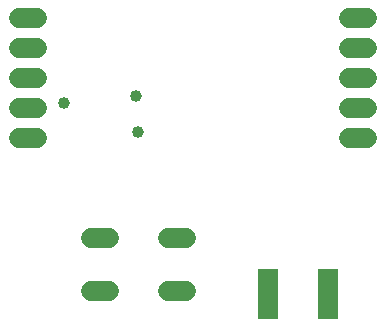
<source format=gbr>
G04 EAGLE Gerber RS-274X export*
G75*
%MOMM*%
%FSLAX34Y34*%
%LPD*%
%INSoldermask Bottom*%
%IPPOS*%
%AMOC8*
5,1,8,0,0,1.08239X$1,22.5*%
G01*
%ADD10C,1.727200*%
%ADD11R,1.727200X4.267200*%
%ADD12C,1.009600*%


D10*
X322580Y774700D02*
X337820Y774700D01*
X337820Y749300D02*
X322580Y749300D01*
X322580Y723900D02*
X337820Y723900D01*
X337820Y698500D02*
X322580Y698500D01*
X322580Y673100D02*
X337820Y673100D01*
X58420Y673100D02*
X43180Y673100D01*
X43180Y698500D02*
X58420Y698500D01*
X58420Y723900D02*
X43180Y723900D01*
X43180Y749300D02*
X58420Y749300D01*
X58420Y774700D02*
X43180Y774700D01*
X104140Y588518D02*
X119380Y588518D01*
X119380Y543306D02*
X104140Y543306D01*
X169164Y588518D02*
X184404Y588518D01*
X184404Y543306D02*
X169164Y543306D01*
D11*
X254000Y541020D03*
X304800Y541020D03*
D12*
X143637Y677799D03*
X81026Y702818D03*
X142240Y708660D03*
M02*

</source>
